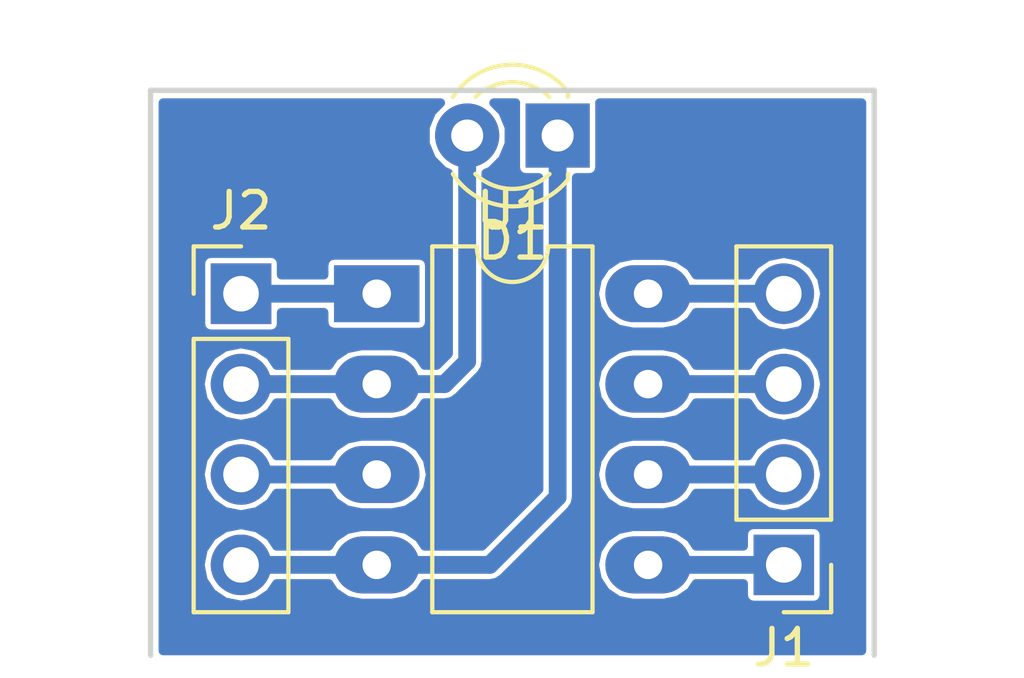
<source format=kicad_pcb>
(kicad_pcb (version 4) (host pcbnew 4.0.2+dfsg1-stable)

  (general
    (links 10)
    (no_connects 0)
    (area 137.962142 96.98 166.837858 116.235)
    (thickness 1.6)
    (drawings 3)
    (tracks 14)
    (zones 0)
    (modules 4)
    (nets 9)
  )

  (page A4)
  (layers
    (0 F.Cu signal)
    (31 B.Cu signal)
    (32 B.Adhes user)
    (33 F.Adhes user)
    (34 B.Paste user)
    (35 F.Paste user)
    (36 B.SilkS user)
    (37 F.SilkS user)
    (38 B.Mask user)
    (39 F.Mask user)
    (40 Dwgs.User user)
    (41 Cmts.User user)
    (42 Eco1.User user)
    (43 Eco2.User user)
    (44 Edge.Cuts user)
    (45 Margin user)
    (46 B.CrtYd user)
    (47 F.CrtYd user)
    (48 B.Fab user)
    (49 F.Fab user)
  )

  (setup
    (last_trace_width 0.5)
    (trace_clearance 0.1)
    (zone_clearance 0.15)
    (zone_45_only no)
    (trace_min 0.2)
    (segment_width 0.2)
    (edge_width 0.15)
    (via_size 0.6)
    (via_drill 0.4)
    (via_min_size 0.4)
    (via_min_drill 0.3)
    (uvia_size 0.3)
    (uvia_drill 0.1)
    (uvias_allowed no)
    (uvia_min_size 0.2)
    (uvia_min_drill 0.1)
    (pcb_text_width 0.3)
    (pcb_text_size 1.5 1.5)
    (mod_edge_width 0.15)
    (mod_text_size 1 1)
    (mod_text_width 0.15)
    (pad_size 1.524 1.524)
    (pad_drill 0.762)
    (pad_to_mask_clearance 0.1)
    (aux_axis_origin 141.605 116.205)
    (grid_origin 142.24 115.57)
    (visible_elements 7FFFFFFF)
    (pcbplotparams
      (layerselection 0x00000_80000000)
      (usegerberextensions false)
      (excludeedgelayer true)
      (linewidth 0.100000)
      (plotframeref false)
      (viasonmask false)
      (mode 1)
      (useauxorigin true)
      (hpglpennumber 1)
      (hpglpenspeed 20)
      (hpglpendiameter 15)
      (hpglpenoverlay 2)
      (psnegative false)
      (psa4output false)
      (plotreference true)
      (plotvalue true)
      (plotinvisibletext false)
      (padsonsilk false)
      (subtractmaskfromsilk false)
      (outputformat 1)
      (mirror false)
      (drillshape 0)
      (scaleselection 1)
      (outputdirectory gerber/))
  )

  (net 0 "")
  (net 1 "Net-(D1-Pad1)")
  (net 2 "Net-(D1-Pad2)")
  (net 3 "Net-(J1-Pad1)")
  (net 4 "Net-(J1-Pad2)")
  (net 5 "Net-(J1-Pad3)")
  (net 6 "Net-(J1-Pad4)")
  (net 7 "Net-(J2-Pad1)")
  (net 8 "Net-(J2-Pad3)")

  (net_class Default "This is the default net class."
    (clearance 0.1)
    (trace_width 0.5)
    (via_dia 0.6)
    (via_drill 0.4)
    (uvia_dia 0.3)
    (uvia_drill 0.1)
    (add_net "Net-(D1-Pad1)")
    (add_net "Net-(D1-Pad2)")
    (add_net "Net-(J1-Pad1)")
    (add_net "Net-(J1-Pad2)")
    (add_net "Net-(J1-Pad3)")
    (add_net "Net-(J1-Pad4)")
    (add_net "Net-(J2-Pad1)")
    (add_net "Net-(J2-Pad3)")
  )

  (module LEDs:LED_D3.0mm (layer F.Cu) (tedit 587A3A7B) (tstamp 5B27728A)
    (at 153.67 100.965 180)
    (descr "LED, diameter 3.0mm, 2 pins")
    (tags "LED diameter 3.0mm 2 pins")
    (path /5B276E9B)
    (fp_text reference D1 (at 1.27 -2.96 180) (layer F.SilkS)
      (effects (font (size 1 1) (thickness 0.15)))
    )
    (fp_text value LED (at 1.27 2.96 180) (layer F.Fab)
      (effects (font (size 1 1) (thickness 0.15)))
    )
    (fp_arc (start 1.27 0) (end -0.23 -1.16619) (angle 284.3) (layer F.Fab) (width 0.1))
    (fp_arc (start 1.27 0) (end -0.29 -1.235516) (angle 108.8) (layer F.SilkS) (width 0.12))
    (fp_arc (start 1.27 0) (end -0.29 1.235516) (angle -108.8) (layer F.SilkS) (width 0.12))
    (fp_arc (start 1.27 0) (end 0.229039 -1.08) (angle 87.9) (layer F.SilkS) (width 0.12))
    (fp_arc (start 1.27 0) (end 0.229039 1.08) (angle -87.9) (layer F.SilkS) (width 0.12))
    (fp_circle (center 1.27 0) (end 2.77 0) (layer F.Fab) (width 0.1))
    (fp_line (start -0.23 -1.16619) (end -0.23 1.16619) (layer F.Fab) (width 0.1))
    (fp_line (start -0.29 -1.236) (end -0.29 -1.08) (layer F.SilkS) (width 0.12))
    (fp_line (start -0.29 1.08) (end -0.29 1.236) (layer F.SilkS) (width 0.12))
    (fp_line (start -1.15 -2.25) (end -1.15 2.25) (layer F.CrtYd) (width 0.05))
    (fp_line (start -1.15 2.25) (end 3.7 2.25) (layer F.CrtYd) (width 0.05))
    (fp_line (start 3.7 2.25) (end 3.7 -2.25) (layer F.CrtYd) (width 0.05))
    (fp_line (start 3.7 -2.25) (end -1.15 -2.25) (layer F.CrtYd) (width 0.05))
    (pad 1 thru_hole rect (at 0 0 180) (size 1.8 1.8) (drill 0.9) (layers *.Cu *.Mask)
      (net 1 "Net-(D1-Pad1)"))
    (pad 2 thru_hole circle (at 2.54 0 180) (size 1.8 1.8) (drill 0.9) (layers *.Cu *.Mask)
      (net 2 "Net-(D1-Pad2)"))
    (model ${KISYS3DMOD}/LEDs.3dshapes/LED_D3.0mm.wrl
      (at (xyz 0 0 0))
      (scale (xyz 0.393701 0.393701 0.393701))
      (rotate (xyz 0 0 0))
    )
  )

  (module Pin_Headers:Pin_Header_Straight_1x04_Pitch2.54mm (layer F.Cu) (tedit 59650532) (tstamp 5B277292)
    (at 160.02 113.03 180)
    (descr "Through hole straight pin header, 1x04, 2.54mm pitch, single row")
    (tags "Through hole pin header THT 1x04 2.54mm single row")
    (path /5B276F9A)
    (fp_text reference J1 (at 0 -2.33 180) (layer F.SilkS)
      (effects (font (size 1 1) (thickness 0.15)))
    )
    (fp_text value Conn_01x04_Male (at 0 9.95 180) (layer F.Fab)
      (effects (font (size 1 1) (thickness 0.15)))
    )
    (fp_line (start -0.635 -1.27) (end 1.27 -1.27) (layer F.Fab) (width 0.1))
    (fp_line (start 1.27 -1.27) (end 1.27 8.89) (layer F.Fab) (width 0.1))
    (fp_line (start 1.27 8.89) (end -1.27 8.89) (layer F.Fab) (width 0.1))
    (fp_line (start -1.27 8.89) (end -1.27 -0.635) (layer F.Fab) (width 0.1))
    (fp_line (start -1.27 -0.635) (end -0.635 -1.27) (layer F.Fab) (width 0.1))
    (fp_line (start -1.33 8.95) (end 1.33 8.95) (layer F.SilkS) (width 0.12))
    (fp_line (start -1.33 1.27) (end -1.33 8.95) (layer F.SilkS) (width 0.12))
    (fp_line (start 1.33 1.27) (end 1.33 8.95) (layer F.SilkS) (width 0.12))
    (fp_line (start -1.33 1.27) (end 1.33 1.27) (layer F.SilkS) (width 0.12))
    (fp_line (start -1.33 0) (end -1.33 -1.33) (layer F.SilkS) (width 0.12))
    (fp_line (start -1.33 -1.33) (end 0 -1.33) (layer F.SilkS) (width 0.12))
    (fp_line (start -1.8 -1.8) (end -1.8 9.4) (layer F.CrtYd) (width 0.05))
    (fp_line (start -1.8 9.4) (end 1.8 9.4) (layer F.CrtYd) (width 0.05))
    (fp_line (start 1.8 9.4) (end 1.8 -1.8) (layer F.CrtYd) (width 0.05))
    (fp_line (start 1.8 -1.8) (end -1.8 -1.8) (layer F.CrtYd) (width 0.05))
    (fp_text user %R (at 0 3.81 270) (layer F.Fab)
      (effects (font (size 1 1) (thickness 0.15)))
    )
    (pad 1 thru_hole rect (at 0 0 180) (size 1.7 1.7) (drill 1) (layers *.Cu *.Mask)
      (net 3 "Net-(J1-Pad1)"))
    (pad 2 thru_hole oval (at 0 2.54 180) (size 1.7 1.7) (drill 1) (layers *.Cu *.Mask)
      (net 4 "Net-(J1-Pad2)"))
    (pad 3 thru_hole oval (at 0 5.08 180) (size 1.7 1.7) (drill 1) (layers *.Cu *.Mask)
      (net 5 "Net-(J1-Pad3)"))
    (pad 4 thru_hole oval (at 0 7.62 180) (size 1.7 1.7) (drill 1) (layers *.Cu *.Mask)
      (net 6 "Net-(J1-Pad4)"))
    (model ${KISYS3DMOD}/Pin_Headers.3dshapes/Pin_Header_Straight_1x04_Pitch2.54mm.wrl
      (at (xyz 0 0 0))
      (scale (xyz 1 1 1))
      (rotate (xyz 0 0 0))
    )
  )

  (module Pin_Headers:Pin_Header_Straight_1x04_Pitch2.54mm (layer F.Cu) (tedit 59650532) (tstamp 5B27729A)
    (at 144.78 105.41)
    (descr "Through hole straight pin header, 1x04, 2.54mm pitch, single row")
    (tags "Through hole pin header THT 1x04 2.54mm single row")
    (path /5B277001)
    (fp_text reference J2 (at 0 -2.33) (layer F.SilkS)
      (effects (font (size 1 1) (thickness 0.15)))
    )
    (fp_text value Conn_01x04_Male (at 0 9.95) (layer F.Fab)
      (effects (font (size 1 1) (thickness 0.15)))
    )
    (fp_line (start -0.635 -1.27) (end 1.27 -1.27) (layer F.Fab) (width 0.1))
    (fp_line (start 1.27 -1.27) (end 1.27 8.89) (layer F.Fab) (width 0.1))
    (fp_line (start 1.27 8.89) (end -1.27 8.89) (layer F.Fab) (width 0.1))
    (fp_line (start -1.27 8.89) (end -1.27 -0.635) (layer F.Fab) (width 0.1))
    (fp_line (start -1.27 -0.635) (end -0.635 -1.27) (layer F.Fab) (width 0.1))
    (fp_line (start -1.33 8.95) (end 1.33 8.95) (layer F.SilkS) (width 0.12))
    (fp_line (start -1.33 1.27) (end -1.33 8.95) (layer F.SilkS) (width 0.12))
    (fp_line (start 1.33 1.27) (end 1.33 8.95) (layer F.SilkS) (width 0.12))
    (fp_line (start -1.33 1.27) (end 1.33 1.27) (layer F.SilkS) (width 0.12))
    (fp_line (start -1.33 0) (end -1.33 -1.33) (layer F.SilkS) (width 0.12))
    (fp_line (start -1.33 -1.33) (end 0 -1.33) (layer F.SilkS) (width 0.12))
    (fp_line (start -1.8 -1.8) (end -1.8 9.4) (layer F.CrtYd) (width 0.05))
    (fp_line (start -1.8 9.4) (end 1.8 9.4) (layer F.CrtYd) (width 0.05))
    (fp_line (start 1.8 9.4) (end 1.8 -1.8) (layer F.CrtYd) (width 0.05))
    (fp_line (start 1.8 -1.8) (end -1.8 -1.8) (layer F.CrtYd) (width 0.05))
    (fp_text user %R (at 0 3.81 90) (layer F.Fab)
      (effects (font (size 1 1) (thickness 0.15)))
    )
    (pad 1 thru_hole rect (at 0 0) (size 1.7 1.7) (drill 1) (layers *.Cu *.Mask)
      (net 7 "Net-(J2-Pad1)"))
    (pad 2 thru_hole oval (at 0 2.54) (size 1.7 1.7) (drill 1) (layers *.Cu *.Mask)
      (net 2 "Net-(D1-Pad2)"))
    (pad 3 thru_hole oval (at 0 5.08) (size 1.7 1.7) (drill 1) (layers *.Cu *.Mask)
      (net 8 "Net-(J2-Pad3)"))
    (pad 4 thru_hole oval (at 0 7.62) (size 1.7 1.7) (drill 1) (layers *.Cu *.Mask)
      (net 1 "Net-(D1-Pad1)"))
    (model ${KISYS3DMOD}/Pin_Headers.3dshapes/Pin_Header_Straight_1x04_Pitch2.54mm.wrl
      (at (xyz 0 0 0))
      (scale (xyz 1 1 1))
      (rotate (xyz 0 0 0))
    )
  )

  (module Housings_DIP:DIP-8_W7.62mm_LongPads (layer F.Cu) (tedit 59C78D6B) (tstamp 5B2772A6)
    (at 148.59 105.41)
    (descr "8-lead though-hole mounted DIP package, row spacing 7.62 mm (300 mils), LongPads")
    (tags "THT DIP DIL PDIP 2.54mm 7.62mm 300mil LongPads")
    (path /5B276E46)
    (fp_text reference U1 (at 3.81 -2.33) (layer F.SilkS)
      (effects (font (size 1 1) (thickness 0.15)))
    )
    (fp_text value ATTINY85-20PU (at 3.81 9.95) (layer F.Fab)
      (effects (font (size 1 1) (thickness 0.15)))
    )
    (fp_arc (start 3.81 -1.33) (end 2.81 -1.33) (angle -180) (layer F.SilkS) (width 0.12))
    (fp_line (start 1.635 -1.27) (end 6.985 -1.27) (layer F.Fab) (width 0.1))
    (fp_line (start 6.985 -1.27) (end 6.985 8.89) (layer F.Fab) (width 0.1))
    (fp_line (start 6.985 8.89) (end 0.635 8.89) (layer F.Fab) (width 0.1))
    (fp_line (start 0.635 8.89) (end 0.635 -0.27) (layer F.Fab) (width 0.1))
    (fp_line (start 0.635 -0.27) (end 1.635 -1.27) (layer F.Fab) (width 0.1))
    (fp_line (start 2.81 -1.33) (end 1.56 -1.33) (layer F.SilkS) (width 0.12))
    (fp_line (start 1.56 -1.33) (end 1.56 8.95) (layer F.SilkS) (width 0.12))
    (fp_line (start 1.56 8.95) (end 6.06 8.95) (layer F.SilkS) (width 0.12))
    (fp_line (start 6.06 8.95) (end 6.06 -1.33) (layer F.SilkS) (width 0.12))
    (fp_line (start 6.06 -1.33) (end 4.81 -1.33) (layer F.SilkS) (width 0.12))
    (fp_line (start -1.45 -1.55) (end -1.45 9.15) (layer F.CrtYd) (width 0.05))
    (fp_line (start -1.45 9.15) (end 9.1 9.15) (layer F.CrtYd) (width 0.05))
    (fp_line (start 9.1 9.15) (end 9.1 -1.55) (layer F.CrtYd) (width 0.05))
    (fp_line (start 9.1 -1.55) (end -1.45 -1.55) (layer F.CrtYd) (width 0.05))
    (fp_text user %R (at 3.81 3.81) (layer F.Fab)
      (effects (font (size 1 1) (thickness 0.15)))
    )
    (pad 1 thru_hole rect (at 0 0) (size 2.4 1.6) (drill 0.8) (layers *.Cu *.Mask)
      (net 7 "Net-(J2-Pad1)"))
    (pad 5 thru_hole oval (at 7.62 7.62) (size 2.4 1.6) (drill 0.8) (layers *.Cu *.Mask)
      (net 3 "Net-(J1-Pad1)"))
    (pad 2 thru_hole oval (at 0 2.54) (size 2.4 1.6) (drill 0.8) (layers *.Cu *.Mask)
      (net 2 "Net-(D1-Pad2)"))
    (pad 6 thru_hole oval (at 7.62 5.08) (size 2.4 1.6) (drill 0.8) (layers *.Cu *.Mask)
      (net 4 "Net-(J1-Pad2)"))
    (pad 3 thru_hole oval (at 0 5.08) (size 2.4 1.6) (drill 0.8) (layers *.Cu *.Mask)
      (net 8 "Net-(J2-Pad3)"))
    (pad 7 thru_hole oval (at 7.62 2.54) (size 2.4 1.6) (drill 0.8) (layers *.Cu *.Mask)
      (net 5 "Net-(J1-Pad3)"))
    (pad 4 thru_hole oval (at 0 7.62) (size 2.4 1.6) (drill 0.8) (layers *.Cu *.Mask)
      (net 1 "Net-(D1-Pad1)"))
    (pad 8 thru_hole oval (at 7.62 0) (size 2.4 1.6) (drill 0.8) (layers *.Cu *.Mask)
      (net 6 "Net-(J1-Pad4)"))
    (model ${KISYS3DMOD}/Housings_DIP.3dshapes/DIP-8_W7.62mm.wrl
      (at (xyz 0 0 0))
      (scale (xyz 1 1 1))
      (rotate (xyz 0 0 0))
    )
  )

  (gr_line (start 162.56 99.695) (end 162.56 115.57) (angle 90) (layer Edge.Cuts) (width 0.15))
  (gr_line (start 142.24 99.695) (end 162.56 99.695) (angle 90) (layer Edge.Cuts) (width 0.15))
  (gr_line (start 142.24 115.57) (end 142.24 99.695) (angle 90) (layer Edge.Cuts) (width 0.15))

  (segment (start 144.78 113.03) (end 148.59 113.03) (width 0.5) (layer B.Cu) (net 1) (status C00000))
  (segment (start 148.59 113.03) (end 151.765 113.03) (width 0.5) (layer B.Cu) (net 1) (tstamp 5B27FBB1) (status 400000))
  (segment (start 151.765 113.03) (end 153.67 111.125) (width 0.5) (layer B.Cu) (net 1) (tstamp 5B27FBB3))
  (segment (start 153.67 111.125) (end 153.67 100.965) (width 0.5) (layer B.Cu) (net 1) (tstamp 5B27FBB7) (status 800000))
  (segment (start 144.78 107.95) (end 148.59 107.95) (width 0.5) (layer B.Cu) (net 2))
  (segment (start 148.59 107.95) (end 150.495 107.95) (width 0.5) (layer B.Cu) (net 2) (tstamp 5B27FB8B))
  (segment (start 150.495 107.95) (end 151.13 107.315) (width 0.5) (layer B.Cu) (net 2) (tstamp 5B27FB8C))
  (segment (start 151.13 107.315) (end 151.13 100.965) (width 0.5) (layer B.Cu) (net 2) (tstamp 5B27FB94))
  (segment (start 156.21 113.03) (end 160.02 113.03) (width 0.5) (layer B.Cu) (net 3) (status C00000))
  (segment (start 156.21 110.49) (end 160.02 110.49) (width 0.5) (layer B.Cu) (net 4) (status C00000))
  (segment (start 156.21 107.95) (end 160.02 107.95) (width 0.5) (layer B.Cu) (net 5) (status C00000))
  (segment (start 156.21 105.41) (end 160.02 105.41) (width 0.5) (layer B.Cu) (net 6) (status C00000))
  (segment (start 144.78 105.41) (end 148.59 105.41) (width 0.5) (layer B.Cu) (net 7) (status C00000))
  (segment (start 144.78 110.49) (end 148.59 110.49) (width 0.5) (layer B.Cu) (net 8) (status C00000))

  (zone (net 0) (net_name "") (layer B.Cu) (tstamp 5B27FBF8) (hatch edge 0.508)
    (connect_pads (clearance 0.15))
    (min_thickness 0.254)
    (fill yes (arc_segments 16) (thermal_gap 0.508) (thermal_bridge_width 0.508))
    (polygon
      (pts
        (xy 162.56 115.57) (xy 142.24 115.57) (xy 142.24 99.695) (xy 162.56 99.695) (xy 162.56 115.57)
      )
    )
    (filled_polygon
      (pts
        (xy 150.13277 100.297412) (xy 149.953205 100.729853) (xy 149.952796 101.198093) (xy 150.131606 101.630846) (xy 150.462412 101.96223)
        (xy 150.603 102.020607) (xy 150.603 107.096709) (xy 150.27671 107.423) (xy 149.937214 107.423) (xy 149.78049 107.188446)
        (xy 149.431086 106.954982) (xy 149.018936 106.873) (xy 148.161064 106.873) (xy 147.748914 106.954982) (xy 147.39951 107.188446)
        (xy 147.242786 107.423) (xy 145.779336 107.423) (xy 145.598988 107.153091) (xy 145.233363 106.908788) (xy 144.802079 106.823)
        (xy 144.757921 106.823) (xy 144.326637 106.908788) (xy 143.961012 107.153091) (xy 143.716709 107.518716) (xy 143.630921 107.95)
        (xy 143.716709 108.381284) (xy 143.961012 108.746909) (xy 144.326637 108.991212) (xy 144.757921 109.077) (xy 144.802079 109.077)
        (xy 145.233363 108.991212) (xy 145.598988 108.746909) (xy 145.779336 108.477) (xy 147.242786 108.477) (xy 147.39951 108.711554)
        (xy 147.748914 108.945018) (xy 148.161064 109.027) (xy 149.018936 109.027) (xy 149.431086 108.945018) (xy 149.78049 108.711554)
        (xy 149.937214 108.477) (xy 150.495 108.477) (xy 150.696675 108.436885) (xy 150.867645 108.322645) (xy 151.502646 107.687645)
        (xy 151.616885 107.516674) (xy 151.657 107.315) (xy 151.657 102.020764) (xy 151.795846 101.963394) (xy 152.12723 101.632588)
        (xy 152.306795 101.200147) (xy 152.307204 100.731907) (xy 152.128394 100.299154) (xy 151.87668 100.047) (xy 152.491219 100.047)
        (xy 152.487574 100.065) (xy 152.487574 101.865) (xy 152.506889 101.96765) (xy 152.567555 102.061927) (xy 152.66012 102.125175)
        (xy 152.77 102.147426) (xy 153.143 102.147426) (xy 153.143 110.90671) (xy 151.54671 112.503) (xy 149.937214 112.503)
        (xy 149.78049 112.268446) (xy 149.431086 112.034982) (xy 149.018936 111.953) (xy 148.161064 111.953) (xy 147.748914 112.034982)
        (xy 147.39951 112.268446) (xy 147.242786 112.503) (xy 145.779336 112.503) (xy 145.598988 112.233091) (xy 145.233363 111.988788)
        (xy 144.802079 111.903) (xy 144.757921 111.903) (xy 144.326637 111.988788) (xy 143.961012 112.233091) (xy 143.716709 112.598716)
        (xy 143.630921 113.03) (xy 143.716709 113.461284) (xy 143.961012 113.826909) (xy 144.326637 114.071212) (xy 144.757921 114.157)
        (xy 144.802079 114.157) (xy 145.233363 114.071212) (xy 145.598988 113.826909) (xy 145.779336 113.557) (xy 147.242786 113.557)
        (xy 147.39951 113.791554) (xy 147.748914 114.025018) (xy 148.161064 114.107) (xy 149.018936 114.107) (xy 149.431086 114.025018)
        (xy 149.78049 113.791554) (xy 149.937214 113.557) (xy 151.765 113.557) (xy 151.966675 113.516885) (xy 152.137645 113.402645)
        (xy 152.51029 113.03) (xy 154.704064 113.03) (xy 154.786046 113.44215) (xy 155.01951 113.791554) (xy 155.368914 114.025018)
        (xy 155.781064 114.107) (xy 156.638936 114.107) (xy 157.051086 114.025018) (xy 157.40049 113.791554) (xy 157.557214 113.557)
        (xy 158.887574 113.557) (xy 158.887574 113.88) (xy 158.906889 113.98265) (xy 158.967555 114.076927) (xy 159.06012 114.140175)
        (xy 159.17 114.162426) (xy 160.87 114.162426) (xy 160.97265 114.143111) (xy 161.066927 114.082445) (xy 161.130175 113.98988)
        (xy 161.152426 113.88) (xy 161.152426 112.18) (xy 161.133111 112.07735) (xy 161.072445 111.983073) (xy 160.97988 111.919825)
        (xy 160.87 111.897574) (xy 159.17 111.897574) (xy 159.06735 111.916889) (xy 158.973073 111.977555) (xy 158.909825 112.07012)
        (xy 158.887574 112.18) (xy 158.887574 112.503) (xy 157.557214 112.503) (xy 157.40049 112.268446) (xy 157.051086 112.034982)
        (xy 156.638936 111.953) (xy 155.781064 111.953) (xy 155.368914 112.034982) (xy 155.01951 112.268446) (xy 154.786046 112.61785)
        (xy 154.704064 113.03) (xy 152.51029 113.03) (xy 154.042645 111.497645) (xy 154.156885 111.326675) (xy 154.197 111.125)
        (xy 154.197 110.49) (xy 154.704064 110.49) (xy 154.786046 110.90215) (xy 155.01951 111.251554) (xy 155.368914 111.485018)
        (xy 155.781064 111.567) (xy 156.638936 111.567) (xy 157.051086 111.485018) (xy 157.40049 111.251554) (xy 157.557214 111.017)
        (xy 159.020664 111.017) (xy 159.201012 111.286909) (xy 159.566637 111.531212) (xy 159.997921 111.617) (xy 160.042079 111.617)
        (xy 160.473363 111.531212) (xy 160.838988 111.286909) (xy 161.083291 110.921284) (xy 161.169079 110.49) (xy 161.083291 110.058716)
        (xy 160.838988 109.693091) (xy 160.473363 109.448788) (xy 160.042079 109.363) (xy 159.997921 109.363) (xy 159.566637 109.448788)
        (xy 159.201012 109.693091) (xy 159.020664 109.963) (xy 157.557214 109.963) (xy 157.40049 109.728446) (xy 157.051086 109.494982)
        (xy 156.638936 109.413) (xy 155.781064 109.413) (xy 155.368914 109.494982) (xy 155.01951 109.728446) (xy 154.786046 110.07785)
        (xy 154.704064 110.49) (xy 154.197 110.49) (xy 154.197 107.95) (xy 154.704064 107.95) (xy 154.786046 108.36215)
        (xy 155.01951 108.711554) (xy 155.368914 108.945018) (xy 155.781064 109.027) (xy 156.638936 109.027) (xy 157.051086 108.945018)
        (xy 157.40049 108.711554) (xy 157.557214 108.477) (xy 159.020664 108.477) (xy 159.201012 108.746909) (xy 159.566637 108.991212)
        (xy 159.997921 109.077) (xy 160.042079 109.077) (xy 160.473363 108.991212) (xy 160.838988 108.746909) (xy 161.083291 108.381284)
        (xy 161.169079 107.95) (xy 161.083291 107.518716) (xy 160.838988 107.153091) (xy 160.473363 106.908788) (xy 160.042079 106.823)
        (xy 159.997921 106.823) (xy 159.566637 106.908788) (xy 159.201012 107.153091) (xy 159.020664 107.423) (xy 157.557214 107.423)
        (xy 157.40049 107.188446) (xy 157.051086 106.954982) (xy 156.638936 106.873) (xy 155.781064 106.873) (xy 155.368914 106.954982)
        (xy 155.01951 107.188446) (xy 154.786046 107.53785) (xy 154.704064 107.95) (xy 154.197 107.95) (xy 154.197 105.41)
        (xy 154.704064 105.41) (xy 154.786046 105.82215) (xy 155.01951 106.171554) (xy 155.368914 106.405018) (xy 155.781064 106.487)
        (xy 156.638936 106.487) (xy 157.051086 106.405018) (xy 157.40049 106.171554) (xy 157.557214 105.937) (xy 159.020664 105.937)
        (xy 159.201012 106.206909) (xy 159.566637 106.451212) (xy 159.997921 106.537) (xy 160.042079 106.537) (xy 160.473363 106.451212)
        (xy 160.838988 106.206909) (xy 161.083291 105.841284) (xy 161.169079 105.41) (xy 161.083291 104.978716) (xy 160.838988 104.613091)
        (xy 160.473363 104.368788) (xy 160.042079 104.283) (xy 159.997921 104.283) (xy 159.566637 104.368788) (xy 159.201012 104.613091)
        (xy 159.020664 104.883) (xy 157.557214 104.883) (xy 157.40049 104.648446) (xy 157.051086 104.414982) (xy 156.638936 104.333)
        (xy 155.781064 104.333) (xy 155.368914 104.414982) (xy 155.01951 104.648446) (xy 154.786046 104.99785) (xy 154.704064 105.41)
        (xy 154.197 105.41) (xy 154.197 102.147426) (xy 154.57 102.147426) (xy 154.67265 102.128111) (xy 154.766927 102.067445)
        (xy 154.830175 101.97488) (xy 154.852426 101.865) (xy 154.852426 100.065) (xy 154.849039 100.047) (xy 162.208 100.047)
        (xy 162.208 115.443) (xy 142.592 115.443) (xy 142.592 110.49) (xy 143.630921 110.49) (xy 143.716709 110.921284)
        (xy 143.961012 111.286909) (xy 144.326637 111.531212) (xy 144.757921 111.617) (xy 144.802079 111.617) (xy 145.233363 111.531212)
        (xy 145.598988 111.286909) (xy 145.779336 111.017) (xy 147.242786 111.017) (xy 147.39951 111.251554) (xy 147.748914 111.485018)
        (xy 148.161064 111.567) (xy 149.018936 111.567) (xy 149.431086 111.485018) (xy 149.78049 111.251554) (xy 150.013954 110.90215)
        (xy 150.095936 110.49) (xy 150.013954 110.07785) (xy 149.78049 109.728446) (xy 149.431086 109.494982) (xy 149.018936 109.413)
        (xy 148.161064 109.413) (xy 147.748914 109.494982) (xy 147.39951 109.728446) (xy 147.242786 109.963) (xy 145.779336 109.963)
        (xy 145.598988 109.693091) (xy 145.233363 109.448788) (xy 144.802079 109.363) (xy 144.757921 109.363) (xy 144.326637 109.448788)
        (xy 143.961012 109.693091) (xy 143.716709 110.058716) (xy 143.630921 110.49) (xy 142.592 110.49) (xy 142.592 104.56)
        (xy 143.647574 104.56) (xy 143.647574 106.26) (xy 143.666889 106.36265) (xy 143.727555 106.456927) (xy 143.82012 106.520175)
        (xy 143.93 106.542426) (xy 145.63 106.542426) (xy 145.73265 106.523111) (xy 145.826927 106.462445) (xy 145.890175 106.36988)
        (xy 145.912426 106.26) (xy 145.912426 105.937) (xy 147.107574 105.937) (xy 147.107574 106.21) (xy 147.126889 106.31265)
        (xy 147.187555 106.406927) (xy 147.28012 106.470175) (xy 147.39 106.492426) (xy 149.79 106.492426) (xy 149.89265 106.473111)
        (xy 149.986927 106.412445) (xy 150.050175 106.31988) (xy 150.072426 106.21) (xy 150.072426 104.61) (xy 150.053111 104.50735)
        (xy 149.992445 104.413073) (xy 149.89988 104.349825) (xy 149.79 104.327574) (xy 147.39 104.327574) (xy 147.28735 104.346889)
        (xy 147.193073 104.407555) (xy 147.129825 104.50012) (xy 147.107574 104.61) (xy 147.107574 104.883) (xy 145.912426 104.883)
        (xy 145.912426 104.56) (xy 145.893111 104.45735) (xy 145.832445 104.363073) (xy 145.73988 104.299825) (xy 145.63 104.277574)
        (xy 143.93 104.277574) (xy 143.82735 104.296889) (xy 143.733073 104.357555) (xy 143.669825 104.45012) (xy 143.647574 104.56)
        (xy 142.592 104.56) (xy 142.592 100.047) (xy 150.38362 100.047)
      )
    )
  )
)

</source>
